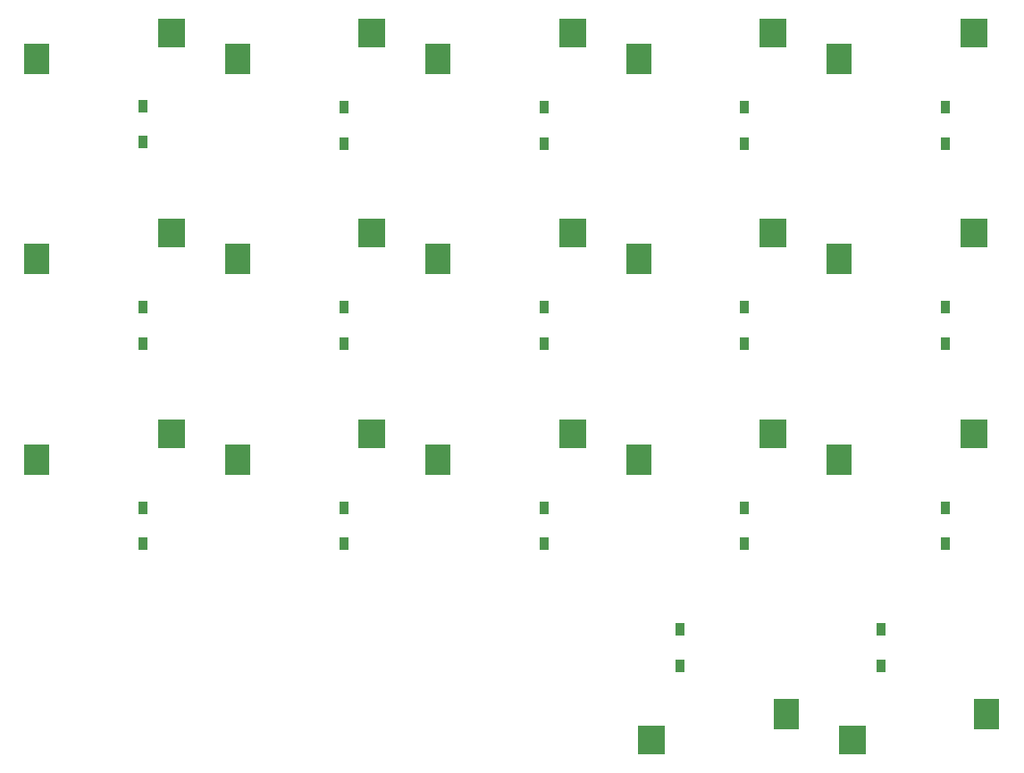
<source format=gbp>
G04 #@! TF.GenerationSoftware,KiCad,Pcbnew,7.0.5*
G04 #@! TF.CreationDate,2023-09-30T13:53:55+09:00*
G04 #@! TF.ProjectId,thorium_pcbl,74686f72-6975-46d5-9f70-63626c2e6b69,rev?*
G04 #@! TF.SameCoordinates,Original*
G04 #@! TF.FileFunction,Paste,Bot*
G04 #@! TF.FilePolarity,Positive*
%FSLAX46Y46*%
G04 Gerber Fmt 4.6, Leading zero omitted, Abs format (unit mm)*
G04 Created by KiCad (PCBNEW 7.0.5) date 2023-09-30 13:53:55*
%MOMM*%
%LPD*%
G01*
G04 APERTURE LIST*
%ADD10R,0.950000X1.200000*%
%ADD11R,2.400000X3.000000*%
%ADD12R,2.500000X2.800000*%
G04 APERTURE END LIST*
D10*
X113450000Y-92053125D03*
X113450000Y-95503125D03*
D11*
X90500000Y-56920000D03*
D12*
X103250000Y-54480000D03*
D11*
X123500000Y-100080000D03*
D12*
X110750000Y-102520000D03*
D11*
X33500000Y-37920000D03*
D12*
X46250000Y-35480000D03*
D11*
X52500000Y-56920000D03*
D12*
X65250000Y-54480000D03*
D11*
X71500000Y-56920000D03*
D12*
X84250000Y-54480000D03*
D11*
X71500000Y-75920000D03*
D12*
X84250000Y-73480000D03*
D11*
X33500000Y-56920000D03*
D12*
X46250000Y-54480000D03*
D11*
X90500000Y-75920000D03*
D12*
X103250000Y-73480000D03*
D11*
X109500000Y-75920000D03*
D12*
X122250000Y-73480000D03*
D10*
X81550000Y-64946875D03*
X81550000Y-61496875D03*
D11*
X52500000Y-75920000D03*
D12*
X65250000Y-73480000D03*
D10*
X100550000Y-45946875D03*
X100550000Y-42496875D03*
X43550000Y-64946875D03*
X43550000Y-61496875D03*
X43550000Y-45833438D03*
X43550000Y-42383438D03*
X100550000Y-83946875D03*
X100550000Y-80496875D03*
X81550000Y-45946875D03*
X81550000Y-42496875D03*
X81550000Y-83946875D03*
X81550000Y-80496875D03*
X119550000Y-83946875D03*
X119550000Y-80496875D03*
D11*
X109500000Y-56920000D03*
D12*
X122250000Y-54480000D03*
D10*
X119550000Y-64946875D03*
X119550000Y-61496875D03*
X100550000Y-64946875D03*
X100550000Y-61496875D03*
X94450000Y-92053125D03*
X94450000Y-95503125D03*
X62550000Y-45946875D03*
X62550000Y-42496875D03*
D11*
X104500000Y-100080000D03*
D12*
X91750000Y-102520000D03*
D10*
X43550000Y-83946875D03*
X43550000Y-80496875D03*
X119550000Y-45946875D03*
X119550000Y-42496875D03*
X62550000Y-83946875D03*
X62550000Y-80496875D03*
D11*
X52500000Y-37920000D03*
D12*
X65250000Y-35480000D03*
D11*
X33500000Y-75920000D03*
D12*
X46250000Y-73480000D03*
D11*
X109500000Y-37920000D03*
D12*
X122250000Y-35480000D03*
D10*
X62550000Y-64946875D03*
X62550000Y-61496875D03*
D11*
X90500000Y-37920000D03*
D12*
X103250000Y-35480000D03*
D11*
X71500000Y-37920000D03*
D12*
X84250000Y-35480000D03*
M02*

</source>
